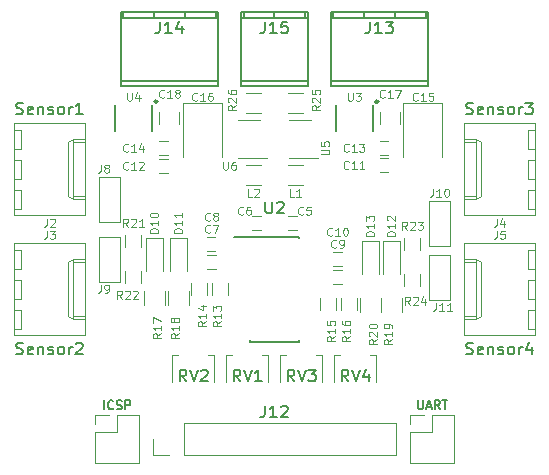
<source format=gbr>
G04 #@! TF.FileFunction,Legend,Top*
%FSLAX46Y46*%
G04 Gerber Fmt 4.6, Leading zero omitted, Abs format (unit mm)*
G04 Created by KiCad (PCBNEW 4.0.6+dfsg1-1) date Wed Jun  6 22:51:37 2018*
%MOMM*%
%LPD*%
G01*
G04 APERTURE LIST*
%ADD10C,0.100000*%
%ADD11C,0.200000*%
%ADD12C,0.150000*%
%ADD13C,0.120000*%
%ADD14C,0.250000*%
G04 APERTURE END LIST*
D10*
D11*
X162290476Y-81684762D02*
X162433333Y-81732381D01*
X162671429Y-81732381D01*
X162766667Y-81684762D01*
X162814286Y-81637143D01*
X162861905Y-81541905D01*
X162861905Y-81446667D01*
X162814286Y-81351429D01*
X162766667Y-81303810D01*
X162671429Y-81256190D01*
X162480952Y-81208571D01*
X162385714Y-81160952D01*
X162338095Y-81113333D01*
X162290476Y-81018095D01*
X162290476Y-80922857D01*
X162338095Y-80827619D01*
X162385714Y-80780000D01*
X162480952Y-80732381D01*
X162719048Y-80732381D01*
X162861905Y-80780000D01*
X163671429Y-81684762D02*
X163576191Y-81732381D01*
X163385714Y-81732381D01*
X163290476Y-81684762D01*
X163242857Y-81589524D01*
X163242857Y-81208571D01*
X163290476Y-81113333D01*
X163385714Y-81065714D01*
X163576191Y-81065714D01*
X163671429Y-81113333D01*
X163719048Y-81208571D01*
X163719048Y-81303810D01*
X163242857Y-81399048D01*
X164147619Y-81065714D02*
X164147619Y-81732381D01*
X164147619Y-81160952D02*
X164195238Y-81113333D01*
X164290476Y-81065714D01*
X164433334Y-81065714D01*
X164528572Y-81113333D01*
X164576191Y-81208571D01*
X164576191Y-81732381D01*
X165004762Y-81684762D02*
X165100000Y-81732381D01*
X165290476Y-81732381D01*
X165385715Y-81684762D01*
X165433334Y-81589524D01*
X165433334Y-81541905D01*
X165385715Y-81446667D01*
X165290476Y-81399048D01*
X165147619Y-81399048D01*
X165052381Y-81351429D01*
X165004762Y-81256190D01*
X165004762Y-81208571D01*
X165052381Y-81113333D01*
X165147619Y-81065714D01*
X165290476Y-81065714D01*
X165385715Y-81113333D01*
X166004762Y-81732381D02*
X165909524Y-81684762D01*
X165861905Y-81637143D01*
X165814286Y-81541905D01*
X165814286Y-81256190D01*
X165861905Y-81160952D01*
X165909524Y-81113333D01*
X166004762Y-81065714D01*
X166147620Y-81065714D01*
X166242858Y-81113333D01*
X166290477Y-81160952D01*
X166338096Y-81256190D01*
X166338096Y-81541905D01*
X166290477Y-81637143D01*
X166242858Y-81684762D01*
X166147620Y-81732381D01*
X166004762Y-81732381D01*
X166766667Y-81732381D02*
X166766667Y-81065714D01*
X166766667Y-81256190D02*
X166814286Y-81160952D01*
X166861905Y-81113333D01*
X166957143Y-81065714D01*
X167052382Y-81065714D01*
X167290477Y-80732381D02*
X167909525Y-80732381D01*
X167576191Y-81113333D01*
X167719049Y-81113333D01*
X167814287Y-81160952D01*
X167861906Y-81208571D01*
X167909525Y-81303810D01*
X167909525Y-81541905D01*
X167861906Y-81637143D01*
X167814287Y-81684762D01*
X167719049Y-81732381D01*
X167433334Y-81732381D01*
X167338096Y-81684762D01*
X167290477Y-81637143D01*
X162290476Y-102004762D02*
X162433333Y-102052381D01*
X162671429Y-102052381D01*
X162766667Y-102004762D01*
X162814286Y-101957143D01*
X162861905Y-101861905D01*
X162861905Y-101766667D01*
X162814286Y-101671429D01*
X162766667Y-101623810D01*
X162671429Y-101576190D01*
X162480952Y-101528571D01*
X162385714Y-101480952D01*
X162338095Y-101433333D01*
X162290476Y-101338095D01*
X162290476Y-101242857D01*
X162338095Y-101147619D01*
X162385714Y-101100000D01*
X162480952Y-101052381D01*
X162719048Y-101052381D01*
X162861905Y-101100000D01*
X163671429Y-102004762D02*
X163576191Y-102052381D01*
X163385714Y-102052381D01*
X163290476Y-102004762D01*
X163242857Y-101909524D01*
X163242857Y-101528571D01*
X163290476Y-101433333D01*
X163385714Y-101385714D01*
X163576191Y-101385714D01*
X163671429Y-101433333D01*
X163719048Y-101528571D01*
X163719048Y-101623810D01*
X163242857Y-101719048D01*
X164147619Y-101385714D02*
X164147619Y-102052381D01*
X164147619Y-101480952D02*
X164195238Y-101433333D01*
X164290476Y-101385714D01*
X164433334Y-101385714D01*
X164528572Y-101433333D01*
X164576191Y-101528571D01*
X164576191Y-102052381D01*
X165004762Y-102004762D02*
X165100000Y-102052381D01*
X165290476Y-102052381D01*
X165385715Y-102004762D01*
X165433334Y-101909524D01*
X165433334Y-101861905D01*
X165385715Y-101766667D01*
X165290476Y-101719048D01*
X165147619Y-101719048D01*
X165052381Y-101671429D01*
X165004762Y-101576190D01*
X165004762Y-101528571D01*
X165052381Y-101433333D01*
X165147619Y-101385714D01*
X165290476Y-101385714D01*
X165385715Y-101433333D01*
X166004762Y-102052381D02*
X165909524Y-102004762D01*
X165861905Y-101957143D01*
X165814286Y-101861905D01*
X165814286Y-101576190D01*
X165861905Y-101480952D01*
X165909524Y-101433333D01*
X166004762Y-101385714D01*
X166147620Y-101385714D01*
X166242858Y-101433333D01*
X166290477Y-101480952D01*
X166338096Y-101576190D01*
X166338096Y-101861905D01*
X166290477Y-101957143D01*
X166242858Y-102004762D01*
X166147620Y-102052381D01*
X166004762Y-102052381D01*
X166766667Y-102052381D02*
X166766667Y-101385714D01*
X166766667Y-101576190D02*
X166814286Y-101480952D01*
X166861905Y-101433333D01*
X166957143Y-101385714D01*
X167052382Y-101385714D01*
X167814287Y-101385714D02*
X167814287Y-102052381D01*
X167576191Y-101004762D02*
X167338096Y-101719048D01*
X167957144Y-101719048D01*
X124190476Y-102004762D02*
X124333333Y-102052381D01*
X124571429Y-102052381D01*
X124666667Y-102004762D01*
X124714286Y-101957143D01*
X124761905Y-101861905D01*
X124761905Y-101766667D01*
X124714286Y-101671429D01*
X124666667Y-101623810D01*
X124571429Y-101576190D01*
X124380952Y-101528571D01*
X124285714Y-101480952D01*
X124238095Y-101433333D01*
X124190476Y-101338095D01*
X124190476Y-101242857D01*
X124238095Y-101147619D01*
X124285714Y-101100000D01*
X124380952Y-101052381D01*
X124619048Y-101052381D01*
X124761905Y-101100000D01*
X125571429Y-102004762D02*
X125476191Y-102052381D01*
X125285714Y-102052381D01*
X125190476Y-102004762D01*
X125142857Y-101909524D01*
X125142857Y-101528571D01*
X125190476Y-101433333D01*
X125285714Y-101385714D01*
X125476191Y-101385714D01*
X125571429Y-101433333D01*
X125619048Y-101528571D01*
X125619048Y-101623810D01*
X125142857Y-101719048D01*
X126047619Y-101385714D02*
X126047619Y-102052381D01*
X126047619Y-101480952D02*
X126095238Y-101433333D01*
X126190476Y-101385714D01*
X126333334Y-101385714D01*
X126428572Y-101433333D01*
X126476191Y-101528571D01*
X126476191Y-102052381D01*
X126904762Y-102004762D02*
X127000000Y-102052381D01*
X127190476Y-102052381D01*
X127285715Y-102004762D01*
X127333334Y-101909524D01*
X127333334Y-101861905D01*
X127285715Y-101766667D01*
X127190476Y-101719048D01*
X127047619Y-101719048D01*
X126952381Y-101671429D01*
X126904762Y-101576190D01*
X126904762Y-101528571D01*
X126952381Y-101433333D01*
X127047619Y-101385714D01*
X127190476Y-101385714D01*
X127285715Y-101433333D01*
X127904762Y-102052381D02*
X127809524Y-102004762D01*
X127761905Y-101957143D01*
X127714286Y-101861905D01*
X127714286Y-101576190D01*
X127761905Y-101480952D01*
X127809524Y-101433333D01*
X127904762Y-101385714D01*
X128047620Y-101385714D01*
X128142858Y-101433333D01*
X128190477Y-101480952D01*
X128238096Y-101576190D01*
X128238096Y-101861905D01*
X128190477Y-101957143D01*
X128142858Y-102004762D01*
X128047620Y-102052381D01*
X127904762Y-102052381D01*
X128666667Y-102052381D02*
X128666667Y-101385714D01*
X128666667Y-101576190D02*
X128714286Y-101480952D01*
X128761905Y-101433333D01*
X128857143Y-101385714D01*
X128952382Y-101385714D01*
X129238096Y-101147619D02*
X129285715Y-101100000D01*
X129380953Y-101052381D01*
X129619049Y-101052381D01*
X129714287Y-101100000D01*
X129761906Y-101147619D01*
X129809525Y-101242857D01*
X129809525Y-101338095D01*
X129761906Y-101480952D01*
X129190477Y-102052381D01*
X129809525Y-102052381D01*
X124190476Y-81684762D02*
X124333333Y-81732381D01*
X124571429Y-81732381D01*
X124666667Y-81684762D01*
X124714286Y-81637143D01*
X124761905Y-81541905D01*
X124761905Y-81446667D01*
X124714286Y-81351429D01*
X124666667Y-81303810D01*
X124571429Y-81256190D01*
X124380952Y-81208571D01*
X124285714Y-81160952D01*
X124238095Y-81113333D01*
X124190476Y-81018095D01*
X124190476Y-80922857D01*
X124238095Y-80827619D01*
X124285714Y-80780000D01*
X124380952Y-80732381D01*
X124619048Y-80732381D01*
X124761905Y-80780000D01*
X125571429Y-81684762D02*
X125476191Y-81732381D01*
X125285714Y-81732381D01*
X125190476Y-81684762D01*
X125142857Y-81589524D01*
X125142857Y-81208571D01*
X125190476Y-81113333D01*
X125285714Y-81065714D01*
X125476191Y-81065714D01*
X125571429Y-81113333D01*
X125619048Y-81208571D01*
X125619048Y-81303810D01*
X125142857Y-81399048D01*
X126047619Y-81065714D02*
X126047619Y-81732381D01*
X126047619Y-81160952D02*
X126095238Y-81113333D01*
X126190476Y-81065714D01*
X126333334Y-81065714D01*
X126428572Y-81113333D01*
X126476191Y-81208571D01*
X126476191Y-81732381D01*
X126904762Y-81684762D02*
X127000000Y-81732381D01*
X127190476Y-81732381D01*
X127285715Y-81684762D01*
X127333334Y-81589524D01*
X127333334Y-81541905D01*
X127285715Y-81446667D01*
X127190476Y-81399048D01*
X127047619Y-81399048D01*
X126952381Y-81351429D01*
X126904762Y-81256190D01*
X126904762Y-81208571D01*
X126952381Y-81113333D01*
X127047619Y-81065714D01*
X127190476Y-81065714D01*
X127285715Y-81113333D01*
X127904762Y-81732381D02*
X127809524Y-81684762D01*
X127761905Y-81637143D01*
X127714286Y-81541905D01*
X127714286Y-81256190D01*
X127761905Y-81160952D01*
X127809524Y-81113333D01*
X127904762Y-81065714D01*
X128047620Y-81065714D01*
X128142858Y-81113333D01*
X128190477Y-81160952D01*
X128238096Y-81256190D01*
X128238096Y-81541905D01*
X128190477Y-81637143D01*
X128142858Y-81684762D01*
X128047620Y-81732381D01*
X127904762Y-81732381D01*
X128666667Y-81732381D02*
X128666667Y-81065714D01*
X128666667Y-81256190D02*
X128714286Y-81160952D01*
X128761905Y-81113333D01*
X128857143Y-81065714D01*
X128952382Y-81065714D01*
X129809525Y-81732381D02*
X129238096Y-81732381D01*
X129523810Y-81732381D02*
X129523810Y-80732381D01*
X129428572Y-80875238D01*
X129333334Y-80970476D01*
X129238096Y-81018095D01*
D12*
X158188571Y-105951786D02*
X158188571Y-106558929D01*
X158224286Y-106630357D01*
X158260000Y-106666071D01*
X158331429Y-106701786D01*
X158474286Y-106701786D01*
X158545714Y-106666071D01*
X158581429Y-106630357D01*
X158617143Y-106558929D01*
X158617143Y-105951786D01*
X158938571Y-106487500D02*
X159295714Y-106487500D01*
X158867143Y-106701786D02*
X159117143Y-105951786D01*
X159367143Y-106701786D01*
X160045714Y-106701786D02*
X159795714Y-106344643D01*
X159617142Y-106701786D02*
X159617142Y-105951786D01*
X159902857Y-105951786D01*
X159974285Y-105987500D01*
X160010000Y-106023214D01*
X160045714Y-106094643D01*
X160045714Y-106201786D01*
X160010000Y-106273214D01*
X159974285Y-106308929D01*
X159902857Y-106344643D01*
X159617142Y-106344643D01*
X160260000Y-105951786D02*
X160688571Y-105951786D01*
X160474285Y-106701786D02*
X160474285Y-105951786D01*
X131607857Y-106701786D02*
X131607857Y-105951786D01*
X132393572Y-106630357D02*
X132357858Y-106666071D01*
X132250715Y-106701786D01*
X132179286Y-106701786D01*
X132072143Y-106666071D01*
X132000715Y-106594643D01*
X131965000Y-106523214D01*
X131929286Y-106380357D01*
X131929286Y-106273214D01*
X131965000Y-106130357D01*
X132000715Y-106058929D01*
X132072143Y-105987500D01*
X132179286Y-105951786D01*
X132250715Y-105951786D01*
X132357858Y-105987500D01*
X132393572Y-106023214D01*
X132679286Y-106666071D02*
X132786429Y-106701786D01*
X132965000Y-106701786D01*
X133036429Y-106666071D01*
X133072143Y-106630357D01*
X133107858Y-106558929D01*
X133107858Y-106487500D01*
X133072143Y-106416071D01*
X133036429Y-106380357D01*
X132965000Y-106344643D01*
X132822143Y-106308929D01*
X132750715Y-106273214D01*
X132715000Y-106237500D01*
X132679286Y-106166071D01*
X132679286Y-106094643D01*
X132715000Y-106023214D01*
X132750715Y-105987500D01*
X132822143Y-105951786D01*
X133000715Y-105951786D01*
X133107858Y-105987500D01*
X133429286Y-106701786D02*
X133429286Y-105951786D01*
X133715001Y-105951786D01*
X133786429Y-105987500D01*
X133822144Y-106023214D01*
X133857858Y-106094643D01*
X133857858Y-106201786D01*
X133822144Y-106273214D01*
X133786429Y-106308929D01*
X133715001Y-106344643D01*
X133429286Y-106344643D01*
D13*
X151046000Y-93380000D02*
X151746000Y-93380000D01*
X151746000Y-94580000D02*
X151046000Y-94580000D01*
D14*
X154833000Y-80647500D02*
G75*
G03X154833000Y-80647500I-127000J0D01*
G01*
D12*
X154376000Y-83119500D02*
X154376000Y-80969500D01*
X151226000Y-83119500D02*
X151226000Y-80969500D01*
D13*
X132970000Y-90810000D02*
X132970000Y-86990000D01*
X132970000Y-86990000D02*
X131190000Y-86990000D01*
X131190000Y-86990000D02*
X131190000Y-90810000D01*
X132970000Y-90810000D02*
X131190000Y-90810000D01*
X168120000Y-82450000D02*
X162120000Y-82450000D01*
X162120000Y-82450000D02*
X162120000Y-90270000D01*
X162120000Y-90270000D02*
X168120000Y-90270000D01*
X168120000Y-90270000D02*
X168120000Y-82450000D01*
X162120000Y-83820000D02*
X163120000Y-83820000D01*
X163120000Y-83820000D02*
X163120000Y-88900000D01*
X163120000Y-88900000D02*
X162120000Y-88900000D01*
X163120000Y-83820000D02*
X163550000Y-84070000D01*
X163550000Y-84070000D02*
X163550000Y-88650000D01*
X163550000Y-88650000D02*
X163120000Y-88900000D01*
X162120000Y-84070000D02*
X163120000Y-84070000D01*
X162120000Y-88650000D02*
X163120000Y-88650000D01*
X168120000Y-83020000D02*
X167500000Y-83020000D01*
X167500000Y-83020000D02*
X167500000Y-84620000D01*
X167500000Y-84620000D02*
X168120000Y-84620000D01*
X168120000Y-85560000D02*
X167500000Y-85560000D01*
X167500000Y-85560000D02*
X167500000Y-87160000D01*
X167500000Y-87160000D02*
X168120000Y-87160000D01*
X168120000Y-88100000D02*
X167500000Y-88100000D01*
X167500000Y-88100000D02*
X167500000Y-89700000D01*
X167500000Y-89700000D02*
X168120000Y-89700000D01*
X123980000Y-90270000D02*
X129980000Y-90270000D01*
X129980000Y-90270000D02*
X129980000Y-82450000D01*
X129980000Y-82450000D02*
X123980000Y-82450000D01*
X123980000Y-82450000D02*
X123980000Y-90270000D01*
X129980000Y-88900000D02*
X128980000Y-88900000D01*
X128980000Y-88900000D02*
X128980000Y-83820000D01*
X128980000Y-83820000D02*
X129980000Y-83820000D01*
X128980000Y-88900000D02*
X128550000Y-88650000D01*
X128550000Y-88650000D02*
X128550000Y-84070000D01*
X128550000Y-84070000D02*
X128980000Y-83820000D01*
X129980000Y-88650000D02*
X128980000Y-88650000D01*
X129980000Y-84070000D02*
X128980000Y-84070000D01*
X123980000Y-89700000D02*
X124600000Y-89700000D01*
X124600000Y-89700000D02*
X124600000Y-88100000D01*
X124600000Y-88100000D02*
X123980000Y-88100000D01*
X123980000Y-87160000D02*
X124600000Y-87160000D01*
X124600000Y-87160000D02*
X124600000Y-85560000D01*
X124600000Y-85560000D02*
X123980000Y-85560000D01*
X123980000Y-84620000D02*
X124600000Y-84620000D01*
X124600000Y-84620000D02*
X124600000Y-83020000D01*
X124600000Y-83020000D02*
X123980000Y-83020000D01*
D12*
X143975000Y-92070000D02*
X143975000Y-92095000D01*
X148125000Y-92070000D02*
X148125000Y-92185000D01*
X148125000Y-100970000D02*
X148125000Y-100855000D01*
X143975000Y-100970000D02*
X143975000Y-100855000D01*
X143975000Y-92070000D02*
X148125000Y-92070000D01*
X143975000Y-100970000D02*
X148125000Y-100970000D01*
X143975000Y-92095000D02*
X142600000Y-92095000D01*
D13*
X144791000Y-82210000D02*
X142991000Y-82210000D01*
X142991000Y-85430000D02*
X145441000Y-85430000D01*
X157054000Y-93210000D02*
X157054000Y-92210000D01*
X158414000Y-92210000D02*
X158414000Y-93210000D01*
X147224000Y-90332000D02*
X147924000Y-90332000D01*
X147924000Y-91532000D02*
X147224000Y-91532000D01*
X144876000Y-91532000D02*
X144176000Y-91532000D01*
X144176000Y-90332000D02*
X144876000Y-90332000D01*
X141066000Y-94834000D02*
X140366000Y-94834000D01*
X140366000Y-93634000D02*
X141066000Y-93634000D01*
X141054000Y-93310000D02*
X140354000Y-93310000D01*
X140354000Y-92110000D02*
X141054000Y-92110000D01*
X151046000Y-94904000D02*
X151746000Y-94904000D01*
X151746000Y-96104000D02*
X151046000Y-96104000D01*
X154971000Y-85442500D02*
X155671000Y-85442500D01*
X155671000Y-86642500D02*
X154971000Y-86642500D01*
X136302000Y-85506000D02*
X137002000Y-85506000D01*
X137002000Y-86706000D02*
X136302000Y-86706000D01*
X154971000Y-83982000D02*
X155671000Y-83982000D01*
X155671000Y-85182000D02*
X154971000Y-85182000D01*
X136302000Y-83982000D02*
X137002000Y-83982000D01*
X137002000Y-85182000D02*
X136302000Y-85182000D01*
X156679000Y-82542000D02*
X156679000Y-81542000D01*
X154979000Y-81542000D02*
X154979000Y-82542000D01*
X138010000Y-82558000D02*
X138010000Y-81558000D01*
X136310000Y-81558000D02*
X136310000Y-82558000D01*
X136590000Y-92180000D02*
X135190000Y-92180000D01*
X135190000Y-92180000D02*
X135190000Y-94980000D01*
X136590000Y-92180000D02*
X136590000Y-94980000D01*
X138622000Y-92180000D02*
X137222000Y-92180000D01*
X137222000Y-92180000D02*
X137222000Y-94980000D01*
X138622000Y-92180000D02*
X138622000Y-94980000D01*
X156656000Y-92434000D02*
X155256000Y-92434000D01*
X155256000Y-92434000D02*
X155256000Y-95234000D01*
X156656000Y-92434000D02*
X156656000Y-95234000D01*
X154878000Y-92434000D02*
X153478000Y-92434000D01*
X153478000Y-92434000D02*
X153478000Y-95234000D01*
X154878000Y-92434000D02*
X154878000Y-95234000D01*
X132970000Y-95890000D02*
X132970000Y-92070000D01*
X132970000Y-92070000D02*
X131190000Y-92070000D01*
X131190000Y-92070000D02*
X131190000Y-95890000D01*
X132970000Y-95890000D02*
X131190000Y-95890000D01*
X160910000Y-92842000D02*
X160910000Y-89022000D01*
X160910000Y-89022000D02*
X159130000Y-89022000D01*
X159130000Y-89022000D02*
X159130000Y-92842000D01*
X160910000Y-92842000D02*
X159130000Y-92842000D01*
X159130000Y-93594000D02*
X159130000Y-97414000D01*
X159130000Y-97414000D02*
X160910000Y-97414000D01*
X160910000Y-97414000D02*
X160910000Y-93594000D01*
X159130000Y-93594000D02*
X160910000Y-93594000D01*
X138430000Y-110610000D02*
X156330000Y-110610000D01*
X156330000Y-110610000D02*
X156330000Y-107830000D01*
X156330000Y-107830000D02*
X138430000Y-107830000D01*
X138430000Y-107830000D02*
X138430000Y-110610000D01*
X137160000Y-110610000D02*
X135770000Y-110610000D01*
X135770000Y-110610000D02*
X135770000Y-109220000D01*
D12*
X150840440Y-79298800D02*
X159039560Y-79298800D01*
X150840440Y-78900020D02*
X159039560Y-78900020D01*
X150840440Y-73599040D02*
X159039560Y-73599040D01*
X159039560Y-73101200D02*
X150840440Y-73101200D01*
X153639520Y-73599040D02*
X153639520Y-73101200D01*
X158838900Y-73101200D02*
X158838900Y-73599040D01*
X151038560Y-73599040D02*
X151038560Y-73101200D01*
X156237940Y-73101200D02*
X156237940Y-73599040D01*
X150840440Y-73101200D02*
X150840440Y-79298800D01*
X159037020Y-79298800D02*
X159037020Y-73101200D01*
X143250920Y-73599040D02*
X148849080Y-73599040D01*
X148650960Y-73101200D02*
X148650960Y-73599040D01*
X143449040Y-73599040D02*
X143449040Y-73101200D01*
X146050000Y-73101200D02*
X146050000Y-73599040D01*
X148849080Y-78900020D02*
X143250920Y-78900020D01*
X148849080Y-73101200D02*
X143250920Y-73101200D01*
X143250920Y-73101200D02*
X143250920Y-79298800D01*
X143250920Y-79298800D02*
X148849080Y-79298800D01*
X148849080Y-79298800D02*
X148849080Y-73101200D01*
D13*
X148428000Y-87748000D02*
X147228000Y-87748000D01*
X147228000Y-85988000D02*
X148428000Y-85988000D01*
X143672000Y-85988000D02*
X144872000Y-85988000D01*
X144872000Y-87748000D02*
X143672000Y-87748000D01*
X140798000Y-97020000D02*
X140798000Y-96020000D01*
X142158000Y-96020000D02*
X142158000Y-97020000D01*
X139020000Y-97020000D02*
X139020000Y-96020000D01*
X140380000Y-96020000D02*
X140380000Y-97020000D01*
X149942000Y-98290000D02*
X149942000Y-97290000D01*
X151302000Y-97290000D02*
X151302000Y-98290000D01*
X151720000Y-98290000D02*
X151720000Y-97290000D01*
X153080000Y-97290000D02*
X153080000Y-98290000D01*
X136770000Y-96682000D02*
X136770000Y-97882000D01*
X135010000Y-97882000D02*
X135010000Y-96682000D01*
X138802000Y-96682000D02*
X138802000Y-97882000D01*
X137042000Y-97882000D02*
X137042000Y-96682000D01*
X156836000Y-97251000D02*
X156836000Y-98451000D01*
X155076000Y-98451000D02*
X155076000Y-97251000D01*
X155058000Y-97256000D02*
X155058000Y-98456000D01*
X153298000Y-98456000D02*
X153298000Y-97256000D01*
X133432000Y-92956000D02*
X133432000Y-91956000D01*
X134792000Y-91956000D02*
X134792000Y-92956000D01*
X134792000Y-95004000D02*
X134792000Y-96004000D01*
X133432000Y-96004000D02*
X133432000Y-95004000D01*
X158414000Y-95246000D02*
X158414000Y-96246000D01*
X157054000Y-96246000D02*
X157054000Y-95246000D01*
X148428000Y-81652000D02*
X147228000Y-81652000D01*
X147228000Y-79892000D02*
X148428000Y-79892000D01*
X143672000Y-79892000D02*
X144872000Y-79892000D01*
X144872000Y-81652000D02*
X143672000Y-81652000D01*
X145544000Y-102136000D02*
X145544000Y-104416000D01*
X145034000Y-102136000D02*
X145544000Y-102136000D01*
X141984000Y-102136000D02*
X142494000Y-102136000D01*
X141984000Y-104416000D02*
X141984000Y-102136000D01*
X140972000Y-102136000D02*
X140972000Y-104416000D01*
X140462000Y-102136000D02*
X140972000Y-102136000D01*
X137412000Y-102136000D02*
X137922000Y-102136000D01*
X137412000Y-104416000D02*
X137412000Y-102136000D01*
X150116000Y-102136000D02*
X150116000Y-104416000D01*
X149606000Y-102136000D02*
X150116000Y-102136000D01*
X146556000Y-102136000D02*
X147066000Y-102136000D01*
X146556000Y-104416000D02*
X146556000Y-102136000D01*
X154688000Y-102136000D02*
X154688000Y-104416000D01*
X154178000Y-102136000D02*
X154688000Y-102136000D01*
X151128000Y-102136000D02*
X151638000Y-102136000D01*
X151128000Y-104416000D02*
X151128000Y-102136000D01*
D14*
X136144000Y-80625000D02*
G75*
G03X136144000Y-80625000I-127000J0D01*
G01*
D12*
X135687000Y-83097000D02*
X135687000Y-80947000D01*
X132537000Y-83097000D02*
X132537000Y-80947000D01*
D13*
X149109000Y-82210000D02*
X147309000Y-82210000D01*
X147309000Y-85430000D02*
X149759000Y-85430000D01*
X123980000Y-100430000D02*
X129980000Y-100430000D01*
X129980000Y-100430000D02*
X129980000Y-92610000D01*
X129980000Y-92610000D02*
X123980000Y-92610000D01*
X123980000Y-92610000D02*
X123980000Y-100430000D01*
X129980000Y-99060000D02*
X128980000Y-99060000D01*
X128980000Y-99060000D02*
X128980000Y-93980000D01*
X128980000Y-93980000D02*
X129980000Y-93980000D01*
X128980000Y-99060000D02*
X128550000Y-98810000D01*
X128550000Y-98810000D02*
X128550000Y-94230000D01*
X128550000Y-94230000D02*
X128980000Y-93980000D01*
X129980000Y-98810000D02*
X128980000Y-98810000D01*
X129980000Y-94230000D02*
X128980000Y-94230000D01*
X123980000Y-99860000D02*
X124600000Y-99860000D01*
X124600000Y-99860000D02*
X124600000Y-98260000D01*
X124600000Y-98260000D02*
X123980000Y-98260000D01*
X123980000Y-97320000D02*
X124600000Y-97320000D01*
X124600000Y-97320000D02*
X124600000Y-95720000D01*
X124600000Y-95720000D02*
X123980000Y-95720000D01*
X123980000Y-94780000D02*
X124600000Y-94780000D01*
X124600000Y-94780000D02*
X124600000Y-93180000D01*
X124600000Y-93180000D02*
X123980000Y-93180000D01*
X168120000Y-92610000D02*
X162120000Y-92610000D01*
X162120000Y-92610000D02*
X162120000Y-100430000D01*
X162120000Y-100430000D02*
X168120000Y-100430000D01*
X168120000Y-100430000D02*
X168120000Y-92610000D01*
X162120000Y-93980000D02*
X163120000Y-93980000D01*
X163120000Y-93980000D02*
X163120000Y-99060000D01*
X163120000Y-99060000D02*
X162120000Y-99060000D01*
X163120000Y-93980000D02*
X163550000Y-94230000D01*
X163550000Y-94230000D02*
X163550000Y-98810000D01*
X163550000Y-98810000D02*
X163120000Y-99060000D01*
X162120000Y-94230000D02*
X163120000Y-94230000D01*
X162120000Y-98810000D02*
X163120000Y-98810000D01*
X168120000Y-93180000D02*
X167500000Y-93180000D01*
X167500000Y-93180000D02*
X167500000Y-94780000D01*
X167500000Y-94780000D02*
X168120000Y-94780000D01*
X168120000Y-95720000D02*
X167500000Y-95720000D01*
X167500000Y-95720000D02*
X167500000Y-97320000D01*
X167500000Y-97320000D02*
X168120000Y-97320000D01*
X168120000Y-98260000D02*
X167500000Y-98260000D01*
X167500000Y-98260000D02*
X167500000Y-99860000D01*
X167500000Y-99860000D02*
X168120000Y-99860000D01*
X160273000Y-80766000D02*
X160273000Y-85316000D01*
X156973000Y-80766000D02*
X156973000Y-85316000D01*
X160273000Y-80766000D02*
X156973000Y-80766000D01*
X141604000Y-80766000D02*
X141604000Y-85316000D01*
X138304000Y-80766000D02*
X138304000Y-85316000D01*
X141604000Y-80766000D02*
X138304000Y-80766000D01*
X130890000Y-108585000D02*
X130890000Y-111245000D01*
X130890000Y-111245000D02*
X134540000Y-111245000D01*
X134540000Y-111245000D02*
X134540000Y-107195000D01*
X134540000Y-107195000D02*
X132715000Y-107195000D01*
X132715000Y-107195000D02*
X132715000Y-108585000D01*
X132715000Y-108585000D02*
X130890000Y-108585000D01*
X130890000Y-107950000D02*
X130890000Y-107195000D01*
X130890000Y-107195000D02*
X132080000Y-107195000D01*
X157560000Y-108585000D02*
X157560000Y-111245000D01*
X157560000Y-111245000D02*
X161210000Y-111245000D01*
X161210000Y-111245000D02*
X161210000Y-107195000D01*
X161210000Y-107195000D02*
X159385000Y-107195000D01*
X159385000Y-107195000D02*
X159385000Y-108585000D01*
X159385000Y-108585000D02*
X157560000Y-108585000D01*
X157560000Y-107950000D02*
X157560000Y-107195000D01*
X157560000Y-107195000D02*
X158750000Y-107195000D01*
D12*
X133060440Y-79298800D02*
X141259560Y-79298800D01*
X133060440Y-78900020D02*
X141259560Y-78900020D01*
X133060440Y-73599040D02*
X141259560Y-73599040D01*
X141259560Y-73101200D02*
X133060440Y-73101200D01*
X135859520Y-73599040D02*
X135859520Y-73101200D01*
X141058900Y-73101200D02*
X141058900Y-73599040D01*
X133258560Y-73599040D02*
X133258560Y-73101200D01*
X138457940Y-73101200D02*
X138457940Y-73599040D01*
X133060440Y-73101200D02*
X133060440Y-79298800D01*
X141257020Y-79298800D02*
X141257020Y-73101200D01*
D10*
X150934000Y-91944000D02*
X150900666Y-91977333D01*
X150800666Y-92010667D01*
X150734000Y-92010667D01*
X150634000Y-91977333D01*
X150567333Y-91910667D01*
X150534000Y-91844000D01*
X150500666Y-91710667D01*
X150500666Y-91610667D01*
X150534000Y-91477333D01*
X150567333Y-91410667D01*
X150634000Y-91344000D01*
X150734000Y-91310667D01*
X150800666Y-91310667D01*
X150900666Y-91344000D01*
X150934000Y-91377333D01*
X151600666Y-92010667D02*
X151200666Y-92010667D01*
X151400666Y-92010667D02*
X151400666Y-91310667D01*
X151334000Y-91410667D01*
X151267333Y-91477333D01*
X151200666Y-91510667D01*
X152034000Y-91310667D02*
X152100667Y-91310667D01*
X152167333Y-91344000D01*
X152200667Y-91377333D01*
X152234000Y-91444000D01*
X152267333Y-91577333D01*
X152267333Y-91744000D01*
X152234000Y-91877333D01*
X152200667Y-91944000D01*
X152167333Y-91977333D01*
X152100667Y-92010667D01*
X152034000Y-92010667D01*
X151967333Y-91977333D01*
X151934000Y-91944000D01*
X151900667Y-91877333D01*
X151867333Y-91744000D01*
X151867333Y-91577333D01*
X151900667Y-91444000D01*
X151934000Y-91377333D01*
X151967333Y-91344000D01*
X152034000Y-91310667D01*
X152267667Y-79880667D02*
X152267667Y-80447333D01*
X152301000Y-80514000D01*
X152334333Y-80547333D01*
X152401000Y-80580667D01*
X152534333Y-80580667D01*
X152601000Y-80547333D01*
X152634333Y-80514000D01*
X152667667Y-80447333D01*
X152667667Y-79880667D01*
X152934333Y-79880667D02*
X153367666Y-79880667D01*
X153134333Y-80147333D01*
X153234333Y-80147333D01*
X153301000Y-80180667D01*
X153334333Y-80214000D01*
X153367666Y-80280667D01*
X153367666Y-80447333D01*
X153334333Y-80514000D01*
X153301000Y-80547333D01*
X153234333Y-80580667D01*
X153034333Y-80580667D01*
X152967666Y-80547333D01*
X152934333Y-80514000D01*
X131338667Y-85976667D02*
X131338667Y-86476667D01*
X131305333Y-86576667D01*
X131238667Y-86643333D01*
X131138667Y-86676667D01*
X131072000Y-86676667D01*
X131772000Y-86276667D02*
X131705333Y-86243333D01*
X131672000Y-86210000D01*
X131638666Y-86143333D01*
X131638666Y-86110000D01*
X131672000Y-86043333D01*
X131705333Y-86010000D01*
X131772000Y-85976667D01*
X131905333Y-85976667D01*
X131972000Y-86010000D01*
X132005333Y-86043333D01*
X132038666Y-86110000D01*
X132038666Y-86143333D01*
X132005333Y-86210000D01*
X131972000Y-86243333D01*
X131905333Y-86276667D01*
X131772000Y-86276667D01*
X131705333Y-86310000D01*
X131672000Y-86343333D01*
X131638666Y-86410000D01*
X131638666Y-86543333D01*
X131672000Y-86610000D01*
X131705333Y-86643333D01*
X131772000Y-86676667D01*
X131905333Y-86676667D01*
X131972000Y-86643333D01*
X132005333Y-86610000D01*
X132038666Y-86543333D01*
X132038666Y-86410000D01*
X132005333Y-86343333D01*
X131972000Y-86310000D01*
X131905333Y-86276667D01*
X164866667Y-90548667D02*
X164866667Y-91048667D01*
X164833333Y-91148667D01*
X164766667Y-91215333D01*
X164666667Y-91248667D01*
X164600000Y-91248667D01*
X165500000Y-90782000D02*
X165500000Y-91248667D01*
X165333333Y-90515333D02*
X165166666Y-91015333D01*
X165600000Y-91015333D01*
X126766667Y-90548667D02*
X126766667Y-91048667D01*
X126733333Y-91148667D01*
X126666667Y-91215333D01*
X126566667Y-91248667D01*
X126500000Y-91248667D01*
X127066666Y-90615333D02*
X127100000Y-90582000D01*
X127166666Y-90548667D01*
X127333333Y-90548667D01*
X127400000Y-90582000D01*
X127433333Y-90615333D01*
X127466666Y-90682000D01*
X127466666Y-90748667D01*
X127433333Y-90848667D01*
X127033333Y-91248667D01*
X127466666Y-91248667D01*
D12*
X145288095Y-89114381D02*
X145288095Y-89923905D01*
X145335714Y-90019143D01*
X145383333Y-90066762D01*
X145478571Y-90114381D01*
X145669048Y-90114381D01*
X145764286Y-90066762D01*
X145811905Y-90019143D01*
X145859524Y-89923905D01*
X145859524Y-89114381D01*
X146288095Y-89209619D02*
X146335714Y-89162000D01*
X146430952Y-89114381D01*
X146669048Y-89114381D01*
X146764286Y-89162000D01*
X146811905Y-89209619D01*
X146859524Y-89304857D01*
X146859524Y-89400095D01*
X146811905Y-89542952D01*
X146240476Y-90114381D01*
X146859524Y-90114381D01*
D10*
X141706667Y-85722667D02*
X141706667Y-86289333D01*
X141740000Y-86356000D01*
X141773333Y-86389333D01*
X141840000Y-86422667D01*
X141973333Y-86422667D01*
X142040000Y-86389333D01*
X142073333Y-86356000D01*
X142106667Y-86289333D01*
X142106667Y-85722667D01*
X142740000Y-85722667D02*
X142606666Y-85722667D01*
X142540000Y-85756000D01*
X142506666Y-85789333D01*
X142440000Y-85889333D01*
X142406666Y-86022667D01*
X142406666Y-86289333D01*
X142440000Y-86356000D01*
X142473333Y-86389333D01*
X142540000Y-86422667D01*
X142673333Y-86422667D01*
X142740000Y-86389333D01*
X142773333Y-86356000D01*
X142806666Y-86289333D01*
X142806666Y-86122667D01*
X142773333Y-86056000D01*
X142740000Y-86022667D01*
X142673333Y-85989333D01*
X142540000Y-85989333D01*
X142473333Y-86022667D01*
X142440000Y-86056000D01*
X142406666Y-86122667D01*
X157284000Y-91502667D02*
X157050666Y-91169333D01*
X156884000Y-91502667D02*
X156884000Y-90802667D01*
X157150666Y-90802667D01*
X157217333Y-90836000D01*
X157250666Y-90869333D01*
X157284000Y-90936000D01*
X157284000Y-91036000D01*
X157250666Y-91102667D01*
X157217333Y-91136000D01*
X157150666Y-91169333D01*
X156884000Y-91169333D01*
X157550666Y-90869333D02*
X157584000Y-90836000D01*
X157650666Y-90802667D01*
X157817333Y-90802667D01*
X157884000Y-90836000D01*
X157917333Y-90869333D01*
X157950666Y-90936000D01*
X157950666Y-91002667D01*
X157917333Y-91102667D01*
X157517333Y-91502667D01*
X157950666Y-91502667D01*
X158184000Y-90802667D02*
X158617333Y-90802667D01*
X158384000Y-91069333D01*
X158484000Y-91069333D01*
X158550667Y-91102667D01*
X158584000Y-91136000D01*
X158617333Y-91202667D01*
X158617333Y-91369333D01*
X158584000Y-91436000D01*
X158550667Y-91469333D01*
X158484000Y-91502667D01*
X158284000Y-91502667D01*
X158217333Y-91469333D01*
X158184000Y-91436000D01*
X148473334Y-90166000D02*
X148440000Y-90199333D01*
X148340000Y-90232667D01*
X148273334Y-90232667D01*
X148173334Y-90199333D01*
X148106667Y-90132667D01*
X148073334Y-90066000D01*
X148040000Y-89932667D01*
X148040000Y-89832667D01*
X148073334Y-89699333D01*
X148106667Y-89632667D01*
X148173334Y-89566000D01*
X148273334Y-89532667D01*
X148340000Y-89532667D01*
X148440000Y-89566000D01*
X148473334Y-89599333D01*
X149106667Y-89532667D02*
X148773334Y-89532667D01*
X148740000Y-89866000D01*
X148773334Y-89832667D01*
X148840000Y-89799333D01*
X149006667Y-89799333D01*
X149073334Y-89832667D01*
X149106667Y-89866000D01*
X149140000Y-89932667D01*
X149140000Y-90099333D01*
X149106667Y-90166000D01*
X149073334Y-90199333D01*
X149006667Y-90232667D01*
X148840000Y-90232667D01*
X148773334Y-90199333D01*
X148740000Y-90166000D01*
X143393334Y-90166000D02*
X143360000Y-90199333D01*
X143260000Y-90232667D01*
X143193334Y-90232667D01*
X143093334Y-90199333D01*
X143026667Y-90132667D01*
X142993334Y-90066000D01*
X142960000Y-89932667D01*
X142960000Y-89832667D01*
X142993334Y-89699333D01*
X143026667Y-89632667D01*
X143093334Y-89566000D01*
X143193334Y-89532667D01*
X143260000Y-89532667D01*
X143360000Y-89566000D01*
X143393334Y-89599333D01*
X143993334Y-89532667D02*
X143860000Y-89532667D01*
X143793334Y-89566000D01*
X143760000Y-89599333D01*
X143693334Y-89699333D01*
X143660000Y-89832667D01*
X143660000Y-90099333D01*
X143693334Y-90166000D01*
X143726667Y-90199333D01*
X143793334Y-90232667D01*
X143926667Y-90232667D01*
X143993334Y-90199333D01*
X144026667Y-90166000D01*
X144060000Y-90099333D01*
X144060000Y-89932667D01*
X144026667Y-89866000D01*
X143993334Y-89832667D01*
X143926667Y-89799333D01*
X143793334Y-89799333D01*
X143726667Y-89832667D01*
X143693334Y-89866000D01*
X143660000Y-89932667D01*
X140599334Y-91690000D02*
X140566000Y-91723333D01*
X140466000Y-91756667D01*
X140399334Y-91756667D01*
X140299334Y-91723333D01*
X140232667Y-91656667D01*
X140199334Y-91590000D01*
X140166000Y-91456667D01*
X140166000Y-91356667D01*
X140199334Y-91223333D01*
X140232667Y-91156667D01*
X140299334Y-91090000D01*
X140399334Y-91056667D01*
X140466000Y-91056667D01*
X140566000Y-91090000D01*
X140599334Y-91123333D01*
X140832667Y-91056667D02*
X141299334Y-91056667D01*
X140999334Y-91756667D01*
X140599334Y-90674000D02*
X140566000Y-90707333D01*
X140466000Y-90740667D01*
X140399334Y-90740667D01*
X140299334Y-90707333D01*
X140232667Y-90640667D01*
X140199334Y-90574000D01*
X140166000Y-90440667D01*
X140166000Y-90340667D01*
X140199334Y-90207333D01*
X140232667Y-90140667D01*
X140299334Y-90074000D01*
X140399334Y-90040667D01*
X140466000Y-90040667D01*
X140566000Y-90074000D01*
X140599334Y-90107333D01*
X140999334Y-90340667D02*
X140932667Y-90307333D01*
X140899334Y-90274000D01*
X140866000Y-90207333D01*
X140866000Y-90174000D01*
X140899334Y-90107333D01*
X140932667Y-90074000D01*
X140999334Y-90040667D01*
X141132667Y-90040667D01*
X141199334Y-90074000D01*
X141232667Y-90107333D01*
X141266000Y-90174000D01*
X141266000Y-90207333D01*
X141232667Y-90274000D01*
X141199334Y-90307333D01*
X141132667Y-90340667D01*
X140999334Y-90340667D01*
X140932667Y-90374000D01*
X140899334Y-90407333D01*
X140866000Y-90474000D01*
X140866000Y-90607333D01*
X140899334Y-90674000D01*
X140932667Y-90707333D01*
X140999334Y-90740667D01*
X141132667Y-90740667D01*
X141199334Y-90707333D01*
X141232667Y-90674000D01*
X141266000Y-90607333D01*
X141266000Y-90474000D01*
X141232667Y-90407333D01*
X141199334Y-90374000D01*
X141132667Y-90340667D01*
X151279334Y-92960000D02*
X151246000Y-92993333D01*
X151146000Y-93026667D01*
X151079334Y-93026667D01*
X150979334Y-92993333D01*
X150912667Y-92926667D01*
X150879334Y-92860000D01*
X150846000Y-92726667D01*
X150846000Y-92626667D01*
X150879334Y-92493333D01*
X150912667Y-92426667D01*
X150979334Y-92360000D01*
X151079334Y-92326667D01*
X151146000Y-92326667D01*
X151246000Y-92360000D01*
X151279334Y-92393333D01*
X151612667Y-93026667D02*
X151746000Y-93026667D01*
X151812667Y-92993333D01*
X151846000Y-92960000D01*
X151912667Y-92860000D01*
X151946000Y-92726667D01*
X151946000Y-92460000D01*
X151912667Y-92393333D01*
X151879334Y-92360000D01*
X151812667Y-92326667D01*
X151679334Y-92326667D01*
X151612667Y-92360000D01*
X151579334Y-92393333D01*
X151546000Y-92460000D01*
X151546000Y-92626667D01*
X151579334Y-92693333D01*
X151612667Y-92726667D01*
X151679334Y-92760000D01*
X151812667Y-92760000D01*
X151879334Y-92726667D01*
X151912667Y-92693333D01*
X151946000Y-92626667D01*
X152331000Y-86292500D02*
X152297666Y-86325833D01*
X152197666Y-86359167D01*
X152131000Y-86359167D01*
X152031000Y-86325833D01*
X151964333Y-86259167D01*
X151931000Y-86192500D01*
X151897666Y-86059167D01*
X151897666Y-85959167D01*
X151931000Y-85825833D01*
X151964333Y-85759167D01*
X152031000Y-85692500D01*
X152131000Y-85659167D01*
X152197666Y-85659167D01*
X152297666Y-85692500D01*
X152331000Y-85725833D01*
X152997666Y-86359167D02*
X152597666Y-86359167D01*
X152797666Y-86359167D02*
X152797666Y-85659167D01*
X152731000Y-85759167D01*
X152664333Y-85825833D01*
X152597666Y-85859167D01*
X153664333Y-86359167D02*
X153264333Y-86359167D01*
X153464333Y-86359167D02*
X153464333Y-85659167D01*
X153397667Y-85759167D01*
X153331000Y-85825833D01*
X153264333Y-85859167D01*
X133662000Y-86356000D02*
X133628666Y-86389333D01*
X133528666Y-86422667D01*
X133462000Y-86422667D01*
X133362000Y-86389333D01*
X133295333Y-86322667D01*
X133262000Y-86256000D01*
X133228666Y-86122667D01*
X133228666Y-86022667D01*
X133262000Y-85889333D01*
X133295333Y-85822667D01*
X133362000Y-85756000D01*
X133462000Y-85722667D01*
X133528666Y-85722667D01*
X133628666Y-85756000D01*
X133662000Y-85789333D01*
X134328666Y-86422667D02*
X133928666Y-86422667D01*
X134128666Y-86422667D02*
X134128666Y-85722667D01*
X134062000Y-85822667D01*
X133995333Y-85889333D01*
X133928666Y-85922667D01*
X134595333Y-85789333D02*
X134628667Y-85756000D01*
X134695333Y-85722667D01*
X134862000Y-85722667D01*
X134928667Y-85756000D01*
X134962000Y-85789333D01*
X134995333Y-85856000D01*
X134995333Y-85922667D01*
X134962000Y-86022667D01*
X134562000Y-86422667D01*
X134995333Y-86422667D01*
X152331000Y-84832000D02*
X152297666Y-84865333D01*
X152197666Y-84898667D01*
X152131000Y-84898667D01*
X152031000Y-84865333D01*
X151964333Y-84798667D01*
X151931000Y-84732000D01*
X151897666Y-84598667D01*
X151897666Y-84498667D01*
X151931000Y-84365333D01*
X151964333Y-84298667D01*
X152031000Y-84232000D01*
X152131000Y-84198667D01*
X152197666Y-84198667D01*
X152297666Y-84232000D01*
X152331000Y-84265333D01*
X152997666Y-84898667D02*
X152597666Y-84898667D01*
X152797666Y-84898667D02*
X152797666Y-84198667D01*
X152731000Y-84298667D01*
X152664333Y-84365333D01*
X152597666Y-84398667D01*
X153231000Y-84198667D02*
X153664333Y-84198667D01*
X153431000Y-84465333D01*
X153531000Y-84465333D01*
X153597667Y-84498667D01*
X153631000Y-84532000D01*
X153664333Y-84598667D01*
X153664333Y-84765333D01*
X153631000Y-84832000D01*
X153597667Y-84865333D01*
X153531000Y-84898667D01*
X153331000Y-84898667D01*
X153264333Y-84865333D01*
X153231000Y-84832000D01*
X133662000Y-84832000D02*
X133628666Y-84865333D01*
X133528666Y-84898667D01*
X133462000Y-84898667D01*
X133362000Y-84865333D01*
X133295333Y-84798667D01*
X133262000Y-84732000D01*
X133228666Y-84598667D01*
X133228666Y-84498667D01*
X133262000Y-84365333D01*
X133295333Y-84298667D01*
X133362000Y-84232000D01*
X133462000Y-84198667D01*
X133528666Y-84198667D01*
X133628666Y-84232000D01*
X133662000Y-84265333D01*
X134328666Y-84898667D02*
X133928666Y-84898667D01*
X134128666Y-84898667D02*
X134128666Y-84198667D01*
X134062000Y-84298667D01*
X133995333Y-84365333D01*
X133928666Y-84398667D01*
X134928667Y-84432000D02*
X134928667Y-84898667D01*
X134762000Y-84165333D02*
X134595333Y-84665333D01*
X135028667Y-84665333D01*
X155379000Y-80260000D02*
X155345666Y-80293333D01*
X155245666Y-80326667D01*
X155179000Y-80326667D01*
X155079000Y-80293333D01*
X155012333Y-80226667D01*
X154979000Y-80160000D01*
X154945666Y-80026667D01*
X154945666Y-79926667D01*
X154979000Y-79793333D01*
X155012333Y-79726667D01*
X155079000Y-79660000D01*
X155179000Y-79626667D01*
X155245666Y-79626667D01*
X155345666Y-79660000D01*
X155379000Y-79693333D01*
X156045666Y-80326667D02*
X155645666Y-80326667D01*
X155845666Y-80326667D02*
X155845666Y-79626667D01*
X155779000Y-79726667D01*
X155712333Y-79793333D01*
X155645666Y-79826667D01*
X156279000Y-79626667D02*
X156745667Y-79626667D01*
X156445667Y-80326667D01*
X136710000Y-80260000D02*
X136676666Y-80293333D01*
X136576666Y-80326667D01*
X136510000Y-80326667D01*
X136410000Y-80293333D01*
X136343333Y-80226667D01*
X136310000Y-80160000D01*
X136276666Y-80026667D01*
X136276666Y-79926667D01*
X136310000Y-79793333D01*
X136343333Y-79726667D01*
X136410000Y-79660000D01*
X136510000Y-79626667D01*
X136576666Y-79626667D01*
X136676666Y-79660000D01*
X136710000Y-79693333D01*
X137376666Y-80326667D02*
X136976666Y-80326667D01*
X137176666Y-80326667D02*
X137176666Y-79626667D01*
X137110000Y-79726667D01*
X137043333Y-79793333D01*
X136976666Y-79826667D01*
X137776667Y-79926667D02*
X137710000Y-79893333D01*
X137676667Y-79860000D01*
X137643333Y-79793333D01*
X137643333Y-79760000D01*
X137676667Y-79693333D01*
X137710000Y-79660000D01*
X137776667Y-79626667D01*
X137910000Y-79626667D01*
X137976667Y-79660000D01*
X138010000Y-79693333D01*
X138043333Y-79760000D01*
X138043333Y-79793333D01*
X138010000Y-79860000D01*
X137976667Y-79893333D01*
X137910000Y-79926667D01*
X137776667Y-79926667D01*
X137710000Y-79960000D01*
X137676667Y-79993333D01*
X137643333Y-80060000D01*
X137643333Y-80193333D01*
X137676667Y-80260000D01*
X137710000Y-80293333D01*
X137776667Y-80326667D01*
X137910000Y-80326667D01*
X137976667Y-80293333D01*
X138010000Y-80260000D01*
X138043333Y-80193333D01*
X138043333Y-80060000D01*
X138010000Y-79993333D01*
X137976667Y-79960000D01*
X137910000Y-79926667D01*
X136206667Y-91782000D02*
X135506667Y-91782000D01*
X135506667Y-91615334D01*
X135540000Y-91515334D01*
X135606667Y-91448667D01*
X135673333Y-91415334D01*
X135806667Y-91382000D01*
X135906667Y-91382000D01*
X136040000Y-91415334D01*
X136106667Y-91448667D01*
X136173333Y-91515334D01*
X136206667Y-91615334D01*
X136206667Y-91782000D01*
X136206667Y-90715334D02*
X136206667Y-91115334D01*
X136206667Y-90915334D02*
X135506667Y-90915334D01*
X135606667Y-90982000D01*
X135673333Y-91048667D01*
X135706667Y-91115334D01*
X135506667Y-90282000D02*
X135506667Y-90215333D01*
X135540000Y-90148667D01*
X135573333Y-90115333D01*
X135640000Y-90082000D01*
X135773333Y-90048667D01*
X135940000Y-90048667D01*
X136073333Y-90082000D01*
X136140000Y-90115333D01*
X136173333Y-90148667D01*
X136206667Y-90215333D01*
X136206667Y-90282000D01*
X136173333Y-90348667D01*
X136140000Y-90382000D01*
X136073333Y-90415333D01*
X135940000Y-90448667D01*
X135773333Y-90448667D01*
X135640000Y-90415333D01*
X135573333Y-90382000D01*
X135540000Y-90348667D01*
X135506667Y-90282000D01*
X138238667Y-91782000D02*
X137538667Y-91782000D01*
X137538667Y-91615334D01*
X137572000Y-91515334D01*
X137638667Y-91448667D01*
X137705333Y-91415334D01*
X137838667Y-91382000D01*
X137938667Y-91382000D01*
X138072000Y-91415334D01*
X138138667Y-91448667D01*
X138205333Y-91515334D01*
X138238667Y-91615334D01*
X138238667Y-91782000D01*
X138238667Y-90715334D02*
X138238667Y-91115334D01*
X138238667Y-90915334D02*
X137538667Y-90915334D01*
X137638667Y-90982000D01*
X137705333Y-91048667D01*
X137738667Y-91115334D01*
X138238667Y-90048667D02*
X138238667Y-90448667D01*
X138238667Y-90248667D02*
X137538667Y-90248667D01*
X137638667Y-90315333D01*
X137705333Y-90382000D01*
X137738667Y-90448667D01*
X156272667Y-92036000D02*
X155572667Y-92036000D01*
X155572667Y-91869334D01*
X155606000Y-91769334D01*
X155672667Y-91702667D01*
X155739333Y-91669334D01*
X155872667Y-91636000D01*
X155972667Y-91636000D01*
X156106000Y-91669334D01*
X156172667Y-91702667D01*
X156239333Y-91769334D01*
X156272667Y-91869334D01*
X156272667Y-92036000D01*
X156272667Y-90969334D02*
X156272667Y-91369334D01*
X156272667Y-91169334D02*
X155572667Y-91169334D01*
X155672667Y-91236000D01*
X155739333Y-91302667D01*
X155772667Y-91369334D01*
X155639333Y-90702667D02*
X155606000Y-90669333D01*
X155572667Y-90602667D01*
X155572667Y-90436000D01*
X155606000Y-90369333D01*
X155639333Y-90336000D01*
X155706000Y-90302667D01*
X155772667Y-90302667D01*
X155872667Y-90336000D01*
X156272667Y-90736000D01*
X156272667Y-90302667D01*
X154494667Y-92036000D02*
X153794667Y-92036000D01*
X153794667Y-91869334D01*
X153828000Y-91769334D01*
X153894667Y-91702667D01*
X153961333Y-91669334D01*
X154094667Y-91636000D01*
X154194667Y-91636000D01*
X154328000Y-91669334D01*
X154394667Y-91702667D01*
X154461333Y-91769334D01*
X154494667Y-91869334D01*
X154494667Y-92036000D01*
X154494667Y-90969334D02*
X154494667Y-91369334D01*
X154494667Y-91169334D02*
X153794667Y-91169334D01*
X153894667Y-91236000D01*
X153961333Y-91302667D01*
X153994667Y-91369334D01*
X153794667Y-90736000D02*
X153794667Y-90302667D01*
X154061333Y-90536000D01*
X154061333Y-90436000D01*
X154094667Y-90369333D01*
X154128000Y-90336000D01*
X154194667Y-90302667D01*
X154361333Y-90302667D01*
X154428000Y-90336000D01*
X154461333Y-90369333D01*
X154494667Y-90436000D01*
X154494667Y-90636000D01*
X154461333Y-90702667D01*
X154428000Y-90736000D01*
X131338667Y-96136667D02*
X131338667Y-96636667D01*
X131305333Y-96736667D01*
X131238667Y-96803333D01*
X131138667Y-96836667D01*
X131072000Y-96836667D01*
X131705333Y-96836667D02*
X131838666Y-96836667D01*
X131905333Y-96803333D01*
X131938666Y-96770000D01*
X132005333Y-96670000D01*
X132038666Y-96536667D01*
X132038666Y-96270000D01*
X132005333Y-96203333D01*
X131972000Y-96170000D01*
X131905333Y-96136667D01*
X131772000Y-96136667D01*
X131705333Y-96170000D01*
X131672000Y-96203333D01*
X131638666Y-96270000D01*
X131638666Y-96436667D01*
X131672000Y-96503333D01*
X131705333Y-96536667D01*
X131772000Y-96570000D01*
X131905333Y-96570000D01*
X131972000Y-96536667D01*
X132005333Y-96503333D01*
X132038666Y-96436667D01*
X159453334Y-88008667D02*
X159453334Y-88508667D01*
X159420000Y-88608667D01*
X159353334Y-88675333D01*
X159253334Y-88708667D01*
X159186667Y-88708667D01*
X160153333Y-88708667D02*
X159753333Y-88708667D01*
X159953333Y-88708667D02*
X159953333Y-88008667D01*
X159886667Y-88108667D01*
X159820000Y-88175333D01*
X159753333Y-88208667D01*
X160586667Y-88008667D02*
X160653334Y-88008667D01*
X160720000Y-88042000D01*
X160753334Y-88075333D01*
X160786667Y-88142000D01*
X160820000Y-88275333D01*
X160820000Y-88442000D01*
X160786667Y-88575333D01*
X160753334Y-88642000D01*
X160720000Y-88675333D01*
X160653334Y-88708667D01*
X160586667Y-88708667D01*
X160520000Y-88675333D01*
X160486667Y-88642000D01*
X160453334Y-88575333D01*
X160420000Y-88442000D01*
X160420000Y-88275333D01*
X160453334Y-88142000D01*
X160486667Y-88075333D01*
X160520000Y-88042000D01*
X160586667Y-88008667D01*
X159707334Y-97660667D02*
X159707334Y-98160667D01*
X159674000Y-98260667D01*
X159607334Y-98327333D01*
X159507334Y-98360667D01*
X159440667Y-98360667D01*
X160407333Y-98360667D02*
X160007333Y-98360667D01*
X160207333Y-98360667D02*
X160207333Y-97660667D01*
X160140667Y-97760667D01*
X160074000Y-97827333D01*
X160007333Y-97860667D01*
X161074000Y-98360667D02*
X160674000Y-98360667D01*
X160874000Y-98360667D02*
X160874000Y-97660667D01*
X160807334Y-97760667D01*
X160740667Y-97827333D01*
X160674000Y-97860667D01*
D12*
X145240477Y-106386381D02*
X145240477Y-107100667D01*
X145192857Y-107243524D01*
X145097619Y-107338762D01*
X144954762Y-107386381D01*
X144859524Y-107386381D01*
X146240477Y-107386381D02*
X145669048Y-107386381D01*
X145954762Y-107386381D02*
X145954762Y-106386381D01*
X145859524Y-106529238D01*
X145764286Y-106624476D01*
X145669048Y-106672095D01*
X146621429Y-106481619D02*
X146669048Y-106434000D01*
X146764286Y-106386381D01*
X147002382Y-106386381D01*
X147097620Y-106434000D01*
X147145239Y-106481619D01*
X147192858Y-106576857D01*
X147192858Y-106672095D01*
X147145239Y-106814952D01*
X146573810Y-107386381D01*
X147192858Y-107386381D01*
X154130477Y-73874381D02*
X154130477Y-74588667D01*
X154082857Y-74731524D01*
X153987619Y-74826762D01*
X153844762Y-74874381D01*
X153749524Y-74874381D01*
X155130477Y-74874381D02*
X154559048Y-74874381D01*
X154844762Y-74874381D02*
X154844762Y-73874381D01*
X154749524Y-74017238D01*
X154654286Y-74112476D01*
X154559048Y-74160095D01*
X155463810Y-73874381D02*
X156082858Y-73874381D01*
X155749524Y-74255333D01*
X155892382Y-74255333D01*
X155987620Y-74302952D01*
X156035239Y-74350571D01*
X156082858Y-74445810D01*
X156082858Y-74683905D01*
X156035239Y-74779143D01*
X155987620Y-74826762D01*
X155892382Y-74874381D01*
X155606667Y-74874381D01*
X155511429Y-74826762D01*
X155463810Y-74779143D01*
X145240477Y-73874381D02*
X145240477Y-74588667D01*
X145192857Y-74731524D01*
X145097619Y-74826762D01*
X144954762Y-74874381D01*
X144859524Y-74874381D01*
X146240477Y-74874381D02*
X145669048Y-74874381D01*
X145954762Y-74874381D02*
X145954762Y-73874381D01*
X145859524Y-74017238D01*
X145764286Y-74112476D01*
X145669048Y-74160095D01*
X147145239Y-73874381D02*
X146669048Y-73874381D01*
X146621429Y-74350571D01*
X146669048Y-74302952D01*
X146764286Y-74255333D01*
X147002382Y-74255333D01*
X147097620Y-74302952D01*
X147145239Y-74350571D01*
X147192858Y-74445810D01*
X147192858Y-74683905D01*
X147145239Y-74779143D01*
X147097620Y-74826762D01*
X147002382Y-74874381D01*
X146764286Y-74874381D01*
X146669048Y-74826762D01*
X146621429Y-74779143D01*
D10*
X147711333Y-88708667D02*
X147378000Y-88708667D01*
X147378000Y-88008667D01*
X148311333Y-88708667D02*
X147911333Y-88708667D01*
X148111333Y-88708667D02*
X148111333Y-88008667D01*
X148044667Y-88108667D01*
X147978000Y-88175333D01*
X147911333Y-88208667D01*
X144155333Y-88708667D02*
X143822000Y-88708667D01*
X143822000Y-88008667D01*
X144355333Y-88075333D02*
X144388667Y-88042000D01*
X144455333Y-88008667D01*
X144622000Y-88008667D01*
X144688667Y-88042000D01*
X144722000Y-88075333D01*
X144755333Y-88142000D01*
X144755333Y-88208667D01*
X144722000Y-88308667D01*
X144322000Y-88708667D01*
X144755333Y-88708667D01*
X141540667Y-99256000D02*
X141207333Y-99489334D01*
X141540667Y-99656000D02*
X140840667Y-99656000D01*
X140840667Y-99389334D01*
X140874000Y-99322667D01*
X140907333Y-99289334D01*
X140974000Y-99256000D01*
X141074000Y-99256000D01*
X141140667Y-99289334D01*
X141174000Y-99322667D01*
X141207333Y-99389334D01*
X141207333Y-99656000D01*
X141540667Y-98589334D02*
X141540667Y-98989334D01*
X141540667Y-98789334D02*
X140840667Y-98789334D01*
X140940667Y-98856000D01*
X141007333Y-98922667D01*
X141040667Y-98989334D01*
X140840667Y-98356000D02*
X140840667Y-97922667D01*
X141107333Y-98156000D01*
X141107333Y-98056000D01*
X141140667Y-97989333D01*
X141174000Y-97956000D01*
X141240667Y-97922667D01*
X141407333Y-97922667D01*
X141474000Y-97956000D01*
X141507333Y-97989333D01*
X141540667Y-98056000D01*
X141540667Y-98256000D01*
X141507333Y-98322667D01*
X141474000Y-98356000D01*
X140270667Y-99256000D02*
X139937333Y-99489334D01*
X140270667Y-99656000D02*
X139570667Y-99656000D01*
X139570667Y-99389334D01*
X139604000Y-99322667D01*
X139637333Y-99289334D01*
X139704000Y-99256000D01*
X139804000Y-99256000D01*
X139870667Y-99289334D01*
X139904000Y-99322667D01*
X139937333Y-99389334D01*
X139937333Y-99656000D01*
X140270667Y-98589334D02*
X140270667Y-98989334D01*
X140270667Y-98789334D02*
X139570667Y-98789334D01*
X139670667Y-98856000D01*
X139737333Y-98922667D01*
X139770667Y-98989334D01*
X139804000Y-97989333D02*
X140270667Y-97989333D01*
X139537333Y-98156000D02*
X140037333Y-98322667D01*
X140037333Y-97889333D01*
X151192667Y-100526000D02*
X150859333Y-100759334D01*
X151192667Y-100926000D02*
X150492667Y-100926000D01*
X150492667Y-100659334D01*
X150526000Y-100592667D01*
X150559333Y-100559334D01*
X150626000Y-100526000D01*
X150726000Y-100526000D01*
X150792667Y-100559334D01*
X150826000Y-100592667D01*
X150859333Y-100659334D01*
X150859333Y-100926000D01*
X151192667Y-99859334D02*
X151192667Y-100259334D01*
X151192667Y-100059334D02*
X150492667Y-100059334D01*
X150592667Y-100126000D01*
X150659333Y-100192667D01*
X150692667Y-100259334D01*
X150492667Y-99226000D02*
X150492667Y-99559333D01*
X150826000Y-99592667D01*
X150792667Y-99559333D01*
X150759333Y-99492667D01*
X150759333Y-99326000D01*
X150792667Y-99259333D01*
X150826000Y-99226000D01*
X150892667Y-99192667D01*
X151059333Y-99192667D01*
X151126000Y-99226000D01*
X151159333Y-99259333D01*
X151192667Y-99326000D01*
X151192667Y-99492667D01*
X151159333Y-99559333D01*
X151126000Y-99592667D01*
X152462667Y-100526000D02*
X152129333Y-100759334D01*
X152462667Y-100926000D02*
X151762667Y-100926000D01*
X151762667Y-100659334D01*
X151796000Y-100592667D01*
X151829333Y-100559334D01*
X151896000Y-100526000D01*
X151996000Y-100526000D01*
X152062667Y-100559334D01*
X152096000Y-100592667D01*
X152129333Y-100659334D01*
X152129333Y-100926000D01*
X152462667Y-99859334D02*
X152462667Y-100259334D01*
X152462667Y-100059334D02*
X151762667Y-100059334D01*
X151862667Y-100126000D01*
X151929333Y-100192667D01*
X151962667Y-100259334D01*
X151762667Y-99259333D02*
X151762667Y-99392667D01*
X151796000Y-99459333D01*
X151829333Y-99492667D01*
X151929333Y-99559333D01*
X152062667Y-99592667D01*
X152329333Y-99592667D01*
X152396000Y-99559333D01*
X152429333Y-99526000D01*
X152462667Y-99459333D01*
X152462667Y-99326000D01*
X152429333Y-99259333D01*
X152396000Y-99226000D01*
X152329333Y-99192667D01*
X152162667Y-99192667D01*
X152096000Y-99226000D01*
X152062667Y-99259333D01*
X152029333Y-99326000D01*
X152029333Y-99459333D01*
X152062667Y-99526000D01*
X152096000Y-99559333D01*
X152162667Y-99592667D01*
X136460667Y-100272000D02*
X136127333Y-100505334D01*
X136460667Y-100672000D02*
X135760667Y-100672000D01*
X135760667Y-100405334D01*
X135794000Y-100338667D01*
X135827333Y-100305334D01*
X135894000Y-100272000D01*
X135994000Y-100272000D01*
X136060667Y-100305334D01*
X136094000Y-100338667D01*
X136127333Y-100405334D01*
X136127333Y-100672000D01*
X136460667Y-99605334D02*
X136460667Y-100005334D01*
X136460667Y-99805334D02*
X135760667Y-99805334D01*
X135860667Y-99872000D01*
X135927333Y-99938667D01*
X135960667Y-100005334D01*
X135760667Y-99372000D02*
X135760667Y-98905333D01*
X136460667Y-99205333D01*
X137984667Y-100272000D02*
X137651333Y-100505334D01*
X137984667Y-100672000D02*
X137284667Y-100672000D01*
X137284667Y-100405334D01*
X137318000Y-100338667D01*
X137351333Y-100305334D01*
X137418000Y-100272000D01*
X137518000Y-100272000D01*
X137584667Y-100305334D01*
X137618000Y-100338667D01*
X137651333Y-100405334D01*
X137651333Y-100672000D01*
X137984667Y-99605334D02*
X137984667Y-100005334D01*
X137984667Y-99805334D02*
X137284667Y-99805334D01*
X137384667Y-99872000D01*
X137451333Y-99938667D01*
X137484667Y-100005334D01*
X137584667Y-99205333D02*
X137551333Y-99272000D01*
X137518000Y-99305333D01*
X137451333Y-99338667D01*
X137418000Y-99338667D01*
X137351333Y-99305333D01*
X137318000Y-99272000D01*
X137284667Y-99205333D01*
X137284667Y-99072000D01*
X137318000Y-99005333D01*
X137351333Y-98972000D01*
X137418000Y-98938667D01*
X137451333Y-98938667D01*
X137518000Y-98972000D01*
X137551333Y-99005333D01*
X137584667Y-99072000D01*
X137584667Y-99205333D01*
X137618000Y-99272000D01*
X137651333Y-99305333D01*
X137718000Y-99338667D01*
X137851333Y-99338667D01*
X137918000Y-99305333D01*
X137951333Y-99272000D01*
X137984667Y-99205333D01*
X137984667Y-99072000D01*
X137951333Y-99005333D01*
X137918000Y-98972000D01*
X137851333Y-98938667D01*
X137718000Y-98938667D01*
X137651333Y-98972000D01*
X137618000Y-99005333D01*
X137584667Y-99072000D01*
X156018667Y-100780000D02*
X155685333Y-101013334D01*
X156018667Y-101180000D02*
X155318667Y-101180000D01*
X155318667Y-100913334D01*
X155352000Y-100846667D01*
X155385333Y-100813334D01*
X155452000Y-100780000D01*
X155552000Y-100780000D01*
X155618667Y-100813334D01*
X155652000Y-100846667D01*
X155685333Y-100913334D01*
X155685333Y-101180000D01*
X156018667Y-100113334D02*
X156018667Y-100513334D01*
X156018667Y-100313334D02*
X155318667Y-100313334D01*
X155418667Y-100380000D01*
X155485333Y-100446667D01*
X155518667Y-100513334D01*
X156018667Y-99780000D02*
X156018667Y-99646667D01*
X155985333Y-99580000D01*
X155952000Y-99546667D01*
X155852000Y-99480000D01*
X155718667Y-99446667D01*
X155452000Y-99446667D01*
X155385333Y-99480000D01*
X155352000Y-99513333D01*
X155318667Y-99580000D01*
X155318667Y-99713333D01*
X155352000Y-99780000D01*
X155385333Y-99813333D01*
X155452000Y-99846667D01*
X155618667Y-99846667D01*
X155685333Y-99813333D01*
X155718667Y-99780000D01*
X155752000Y-99713333D01*
X155752000Y-99580000D01*
X155718667Y-99513333D01*
X155685333Y-99480000D01*
X155618667Y-99446667D01*
X154748667Y-100780000D02*
X154415333Y-101013334D01*
X154748667Y-101180000D02*
X154048667Y-101180000D01*
X154048667Y-100913334D01*
X154082000Y-100846667D01*
X154115333Y-100813334D01*
X154182000Y-100780000D01*
X154282000Y-100780000D01*
X154348667Y-100813334D01*
X154382000Y-100846667D01*
X154415333Y-100913334D01*
X154415333Y-101180000D01*
X154115333Y-100513334D02*
X154082000Y-100480000D01*
X154048667Y-100413334D01*
X154048667Y-100246667D01*
X154082000Y-100180000D01*
X154115333Y-100146667D01*
X154182000Y-100113334D01*
X154248667Y-100113334D01*
X154348667Y-100146667D01*
X154748667Y-100546667D01*
X154748667Y-100113334D01*
X154048667Y-99680000D02*
X154048667Y-99613333D01*
X154082000Y-99546667D01*
X154115333Y-99513333D01*
X154182000Y-99480000D01*
X154315333Y-99446667D01*
X154482000Y-99446667D01*
X154615333Y-99480000D01*
X154682000Y-99513333D01*
X154715333Y-99546667D01*
X154748667Y-99613333D01*
X154748667Y-99680000D01*
X154715333Y-99746667D01*
X154682000Y-99780000D01*
X154615333Y-99813333D01*
X154482000Y-99846667D01*
X154315333Y-99846667D01*
X154182000Y-99813333D01*
X154115333Y-99780000D01*
X154082000Y-99746667D01*
X154048667Y-99680000D01*
X133662000Y-91248667D02*
X133428666Y-90915333D01*
X133262000Y-91248667D02*
X133262000Y-90548667D01*
X133528666Y-90548667D01*
X133595333Y-90582000D01*
X133628666Y-90615333D01*
X133662000Y-90682000D01*
X133662000Y-90782000D01*
X133628666Y-90848667D01*
X133595333Y-90882000D01*
X133528666Y-90915333D01*
X133262000Y-90915333D01*
X133928666Y-90615333D02*
X133962000Y-90582000D01*
X134028666Y-90548667D01*
X134195333Y-90548667D01*
X134262000Y-90582000D01*
X134295333Y-90615333D01*
X134328666Y-90682000D01*
X134328666Y-90748667D01*
X134295333Y-90848667D01*
X133895333Y-91248667D01*
X134328666Y-91248667D01*
X134995333Y-91248667D02*
X134595333Y-91248667D01*
X134795333Y-91248667D02*
X134795333Y-90548667D01*
X134728667Y-90648667D01*
X134662000Y-90715333D01*
X134595333Y-90748667D01*
X133154000Y-97344667D02*
X132920666Y-97011333D01*
X132754000Y-97344667D02*
X132754000Y-96644667D01*
X133020666Y-96644667D01*
X133087333Y-96678000D01*
X133120666Y-96711333D01*
X133154000Y-96778000D01*
X133154000Y-96878000D01*
X133120666Y-96944667D01*
X133087333Y-96978000D01*
X133020666Y-97011333D01*
X132754000Y-97011333D01*
X133420666Y-96711333D02*
X133454000Y-96678000D01*
X133520666Y-96644667D01*
X133687333Y-96644667D01*
X133754000Y-96678000D01*
X133787333Y-96711333D01*
X133820666Y-96778000D01*
X133820666Y-96844667D01*
X133787333Y-96944667D01*
X133387333Y-97344667D01*
X133820666Y-97344667D01*
X134087333Y-96711333D02*
X134120667Y-96678000D01*
X134187333Y-96644667D01*
X134354000Y-96644667D01*
X134420667Y-96678000D01*
X134454000Y-96711333D01*
X134487333Y-96778000D01*
X134487333Y-96844667D01*
X134454000Y-96944667D01*
X134054000Y-97344667D01*
X134487333Y-97344667D01*
X157538000Y-97852667D02*
X157304666Y-97519333D01*
X157138000Y-97852667D02*
X157138000Y-97152667D01*
X157404666Y-97152667D01*
X157471333Y-97186000D01*
X157504666Y-97219333D01*
X157538000Y-97286000D01*
X157538000Y-97386000D01*
X157504666Y-97452667D01*
X157471333Y-97486000D01*
X157404666Y-97519333D01*
X157138000Y-97519333D01*
X157804666Y-97219333D02*
X157838000Y-97186000D01*
X157904666Y-97152667D01*
X158071333Y-97152667D01*
X158138000Y-97186000D01*
X158171333Y-97219333D01*
X158204666Y-97286000D01*
X158204666Y-97352667D01*
X158171333Y-97452667D01*
X157771333Y-97852667D01*
X158204666Y-97852667D01*
X158804667Y-97386000D02*
X158804667Y-97852667D01*
X158638000Y-97119333D02*
X158471333Y-97619333D01*
X158904667Y-97619333D01*
X149922667Y-80968000D02*
X149589333Y-81201334D01*
X149922667Y-81368000D02*
X149222667Y-81368000D01*
X149222667Y-81101334D01*
X149256000Y-81034667D01*
X149289333Y-81001334D01*
X149356000Y-80968000D01*
X149456000Y-80968000D01*
X149522667Y-81001334D01*
X149556000Y-81034667D01*
X149589333Y-81101334D01*
X149589333Y-81368000D01*
X149289333Y-80701334D02*
X149256000Y-80668000D01*
X149222667Y-80601334D01*
X149222667Y-80434667D01*
X149256000Y-80368000D01*
X149289333Y-80334667D01*
X149356000Y-80301334D01*
X149422667Y-80301334D01*
X149522667Y-80334667D01*
X149922667Y-80734667D01*
X149922667Y-80301334D01*
X149222667Y-79668000D02*
X149222667Y-80001333D01*
X149556000Y-80034667D01*
X149522667Y-80001333D01*
X149489333Y-79934667D01*
X149489333Y-79768000D01*
X149522667Y-79701333D01*
X149556000Y-79668000D01*
X149622667Y-79634667D01*
X149789333Y-79634667D01*
X149856000Y-79668000D01*
X149889333Y-79701333D01*
X149922667Y-79768000D01*
X149922667Y-79934667D01*
X149889333Y-80001333D01*
X149856000Y-80034667D01*
X142810667Y-80968000D02*
X142477333Y-81201334D01*
X142810667Y-81368000D02*
X142110667Y-81368000D01*
X142110667Y-81101334D01*
X142144000Y-81034667D01*
X142177333Y-81001334D01*
X142244000Y-80968000D01*
X142344000Y-80968000D01*
X142410667Y-81001334D01*
X142444000Y-81034667D01*
X142477333Y-81101334D01*
X142477333Y-81368000D01*
X142177333Y-80701334D02*
X142144000Y-80668000D01*
X142110667Y-80601334D01*
X142110667Y-80434667D01*
X142144000Y-80368000D01*
X142177333Y-80334667D01*
X142244000Y-80301334D01*
X142310667Y-80301334D01*
X142410667Y-80334667D01*
X142810667Y-80734667D01*
X142810667Y-80301334D01*
X142110667Y-79701333D02*
X142110667Y-79834667D01*
X142144000Y-79901333D01*
X142177333Y-79934667D01*
X142277333Y-80001333D01*
X142410667Y-80034667D01*
X142677333Y-80034667D01*
X142744000Y-80001333D01*
X142777333Y-79968000D01*
X142810667Y-79901333D01*
X142810667Y-79768000D01*
X142777333Y-79701333D01*
X142744000Y-79668000D01*
X142677333Y-79634667D01*
X142510667Y-79634667D01*
X142444000Y-79668000D01*
X142410667Y-79701333D01*
X142377333Y-79768000D01*
X142377333Y-79901333D01*
X142410667Y-79968000D01*
X142444000Y-80001333D01*
X142510667Y-80034667D01*
D12*
X143168762Y-104338381D02*
X142835428Y-103862190D01*
X142597333Y-104338381D02*
X142597333Y-103338381D01*
X142978286Y-103338381D01*
X143073524Y-103386000D01*
X143121143Y-103433619D01*
X143168762Y-103528857D01*
X143168762Y-103671714D01*
X143121143Y-103766952D01*
X143073524Y-103814571D01*
X142978286Y-103862190D01*
X142597333Y-103862190D01*
X143454476Y-103338381D02*
X143787809Y-104338381D01*
X144121143Y-103338381D01*
X144978286Y-104338381D02*
X144406857Y-104338381D01*
X144692571Y-104338381D02*
X144692571Y-103338381D01*
X144597333Y-103481238D01*
X144502095Y-103576476D01*
X144406857Y-103624095D01*
X138596762Y-104338381D02*
X138263428Y-103862190D01*
X138025333Y-104338381D02*
X138025333Y-103338381D01*
X138406286Y-103338381D01*
X138501524Y-103386000D01*
X138549143Y-103433619D01*
X138596762Y-103528857D01*
X138596762Y-103671714D01*
X138549143Y-103766952D01*
X138501524Y-103814571D01*
X138406286Y-103862190D01*
X138025333Y-103862190D01*
X138882476Y-103338381D02*
X139215809Y-104338381D01*
X139549143Y-103338381D01*
X139834857Y-103433619D02*
X139882476Y-103386000D01*
X139977714Y-103338381D01*
X140215810Y-103338381D01*
X140311048Y-103386000D01*
X140358667Y-103433619D01*
X140406286Y-103528857D01*
X140406286Y-103624095D01*
X140358667Y-103766952D01*
X139787238Y-104338381D01*
X140406286Y-104338381D01*
X147740762Y-104338381D02*
X147407428Y-103862190D01*
X147169333Y-104338381D02*
X147169333Y-103338381D01*
X147550286Y-103338381D01*
X147645524Y-103386000D01*
X147693143Y-103433619D01*
X147740762Y-103528857D01*
X147740762Y-103671714D01*
X147693143Y-103766952D01*
X147645524Y-103814571D01*
X147550286Y-103862190D01*
X147169333Y-103862190D01*
X148026476Y-103338381D02*
X148359809Y-104338381D01*
X148693143Y-103338381D01*
X148931238Y-103338381D02*
X149550286Y-103338381D01*
X149216952Y-103719333D01*
X149359810Y-103719333D01*
X149455048Y-103766952D01*
X149502667Y-103814571D01*
X149550286Y-103909810D01*
X149550286Y-104147905D01*
X149502667Y-104243143D01*
X149455048Y-104290762D01*
X149359810Y-104338381D01*
X149074095Y-104338381D01*
X148978857Y-104290762D01*
X148931238Y-104243143D01*
X152312762Y-104338381D02*
X151979428Y-103862190D01*
X151741333Y-104338381D02*
X151741333Y-103338381D01*
X152122286Y-103338381D01*
X152217524Y-103386000D01*
X152265143Y-103433619D01*
X152312762Y-103528857D01*
X152312762Y-103671714D01*
X152265143Y-103766952D01*
X152217524Y-103814571D01*
X152122286Y-103862190D01*
X151741333Y-103862190D01*
X152598476Y-103338381D02*
X152931809Y-104338381D01*
X153265143Y-103338381D01*
X154027048Y-103671714D02*
X154027048Y-104338381D01*
X153788952Y-103290762D02*
X153550857Y-104005048D01*
X154169905Y-104005048D01*
D10*
X133578667Y-79880667D02*
X133578667Y-80447333D01*
X133612000Y-80514000D01*
X133645333Y-80547333D01*
X133712000Y-80580667D01*
X133845333Y-80580667D01*
X133912000Y-80547333D01*
X133945333Y-80514000D01*
X133978667Y-80447333D01*
X133978667Y-79880667D01*
X134612000Y-80114000D02*
X134612000Y-80580667D01*
X134445333Y-79847333D02*
X134278666Y-80347333D01*
X134712000Y-80347333D01*
X149984667Y-85115333D02*
X150551333Y-85115333D01*
X150618000Y-85082000D01*
X150651333Y-85048667D01*
X150684667Y-84982000D01*
X150684667Y-84848667D01*
X150651333Y-84782000D01*
X150618000Y-84748667D01*
X150551333Y-84715333D01*
X149984667Y-84715333D01*
X149984667Y-84048667D02*
X149984667Y-84382000D01*
X150318000Y-84415334D01*
X150284667Y-84382000D01*
X150251333Y-84315334D01*
X150251333Y-84148667D01*
X150284667Y-84082000D01*
X150318000Y-84048667D01*
X150384667Y-84015334D01*
X150551333Y-84015334D01*
X150618000Y-84048667D01*
X150651333Y-84082000D01*
X150684667Y-84148667D01*
X150684667Y-84315334D01*
X150651333Y-84382000D01*
X150618000Y-84415334D01*
X126766667Y-91564667D02*
X126766667Y-92064667D01*
X126733333Y-92164667D01*
X126666667Y-92231333D01*
X126566667Y-92264667D01*
X126500000Y-92264667D01*
X127033333Y-91564667D02*
X127466666Y-91564667D01*
X127233333Y-91831333D01*
X127333333Y-91831333D01*
X127400000Y-91864667D01*
X127433333Y-91898000D01*
X127466666Y-91964667D01*
X127466666Y-92131333D01*
X127433333Y-92198000D01*
X127400000Y-92231333D01*
X127333333Y-92264667D01*
X127133333Y-92264667D01*
X127066666Y-92231333D01*
X127033333Y-92198000D01*
X164866667Y-91564667D02*
X164866667Y-92064667D01*
X164833333Y-92164667D01*
X164766667Y-92231333D01*
X164666667Y-92264667D01*
X164600000Y-92264667D01*
X165533333Y-91564667D02*
X165200000Y-91564667D01*
X165166666Y-91898000D01*
X165200000Y-91864667D01*
X165266666Y-91831333D01*
X165433333Y-91831333D01*
X165500000Y-91864667D01*
X165533333Y-91898000D01*
X165566666Y-91964667D01*
X165566666Y-92131333D01*
X165533333Y-92198000D01*
X165500000Y-92231333D01*
X165433333Y-92264667D01*
X165266666Y-92264667D01*
X165200000Y-92231333D01*
X165166666Y-92198000D01*
X158173000Y-80514000D02*
X158139666Y-80547333D01*
X158039666Y-80580667D01*
X157973000Y-80580667D01*
X157873000Y-80547333D01*
X157806333Y-80480667D01*
X157773000Y-80414000D01*
X157739666Y-80280667D01*
X157739666Y-80180667D01*
X157773000Y-80047333D01*
X157806333Y-79980667D01*
X157873000Y-79914000D01*
X157973000Y-79880667D01*
X158039666Y-79880667D01*
X158139666Y-79914000D01*
X158173000Y-79947333D01*
X158839666Y-80580667D02*
X158439666Y-80580667D01*
X158639666Y-80580667D02*
X158639666Y-79880667D01*
X158573000Y-79980667D01*
X158506333Y-80047333D01*
X158439666Y-80080667D01*
X159473000Y-79880667D02*
X159139667Y-79880667D01*
X159106333Y-80214000D01*
X159139667Y-80180667D01*
X159206333Y-80147333D01*
X159373000Y-80147333D01*
X159439667Y-80180667D01*
X159473000Y-80214000D01*
X159506333Y-80280667D01*
X159506333Y-80447333D01*
X159473000Y-80514000D01*
X159439667Y-80547333D01*
X159373000Y-80580667D01*
X159206333Y-80580667D01*
X159139667Y-80547333D01*
X159106333Y-80514000D01*
X139504000Y-80514000D02*
X139470666Y-80547333D01*
X139370666Y-80580667D01*
X139304000Y-80580667D01*
X139204000Y-80547333D01*
X139137333Y-80480667D01*
X139104000Y-80414000D01*
X139070666Y-80280667D01*
X139070666Y-80180667D01*
X139104000Y-80047333D01*
X139137333Y-79980667D01*
X139204000Y-79914000D01*
X139304000Y-79880667D01*
X139370666Y-79880667D01*
X139470666Y-79914000D01*
X139504000Y-79947333D01*
X140170666Y-80580667D02*
X139770666Y-80580667D01*
X139970666Y-80580667D02*
X139970666Y-79880667D01*
X139904000Y-79980667D01*
X139837333Y-80047333D01*
X139770666Y-80080667D01*
X140770667Y-79880667D02*
X140637333Y-79880667D01*
X140570667Y-79914000D01*
X140537333Y-79947333D01*
X140470667Y-80047333D01*
X140437333Y-80180667D01*
X140437333Y-80447333D01*
X140470667Y-80514000D01*
X140504000Y-80547333D01*
X140570667Y-80580667D01*
X140704000Y-80580667D01*
X140770667Y-80547333D01*
X140804000Y-80514000D01*
X140837333Y-80447333D01*
X140837333Y-80280667D01*
X140804000Y-80214000D01*
X140770667Y-80180667D01*
X140704000Y-80147333D01*
X140570667Y-80147333D01*
X140504000Y-80180667D01*
X140470667Y-80214000D01*
X140437333Y-80280667D01*
D12*
X136350477Y-73874381D02*
X136350477Y-74588667D01*
X136302857Y-74731524D01*
X136207619Y-74826762D01*
X136064762Y-74874381D01*
X135969524Y-74874381D01*
X137350477Y-74874381D02*
X136779048Y-74874381D01*
X137064762Y-74874381D02*
X137064762Y-73874381D01*
X136969524Y-74017238D01*
X136874286Y-74112476D01*
X136779048Y-74160095D01*
X138207620Y-74207714D02*
X138207620Y-74874381D01*
X137969524Y-73826762D02*
X137731429Y-74541048D01*
X138350477Y-74541048D01*
M02*

</source>
